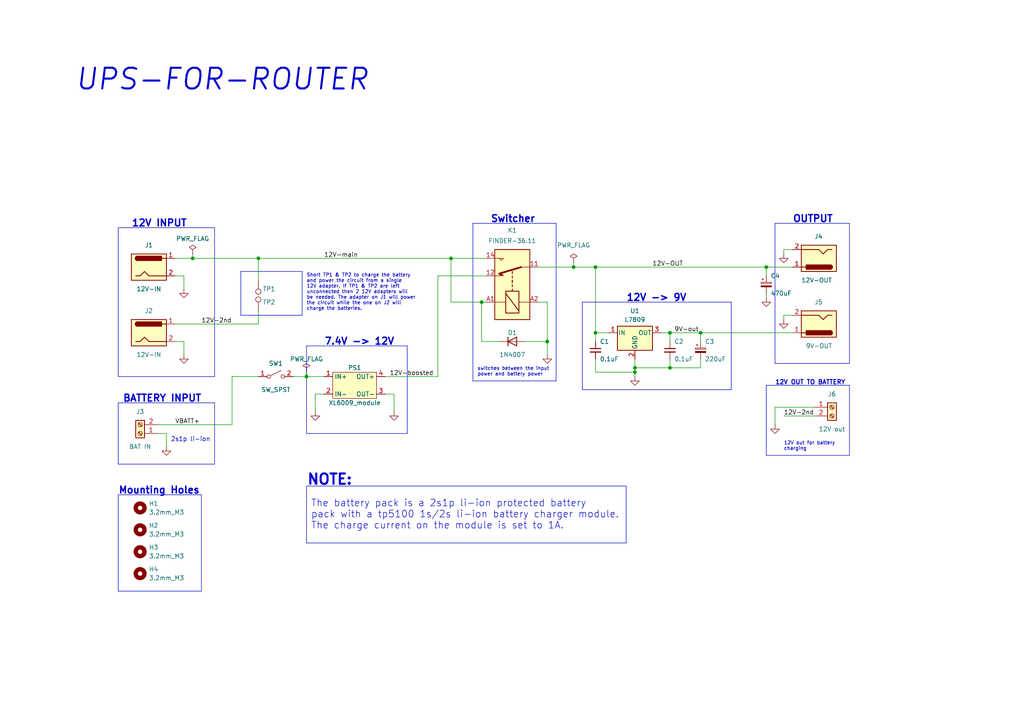
<source format=kicad_sch>
(kicad_sch (version 20230121) (generator eeschema)
  (paper "A4")
  (title_block (title "Router for UPS") (date "2023-02-18") (rev "1") (comment 3 "Github:https://github.com/Ozonised") (comment 4 "Designed by: Farhan Khan"))
  (lib_symbols
    (symbol "Connector:Barrel_Jack" (pin_names (offset 1.016))
      (property "Reference" "J" (at 0 5.334 0))
      (property "Value" "Barrel_Jack" (at 0 -5.08 0))
      (symbol "Barrel_Jack_0_1"
        (rectangle (start -5.08 3.81) (end 5.08 -3.81) (stroke (width 0.254)) (fill (type background)))
        (arc (start -3.302 3.175) (mid -3.9343 2.54) (end -3.302 1.905) (stroke (width 0.254)))
        (arc (start -3.302 3.175) (mid -3.9343 2.54) (end -3.302 1.905) (stroke (width 0.254)) (fill (type outline)))
        (polyline (pts (xy 5.08 2.54) (xy 3.81 2.54)) (stroke (width 0.254)))
        (polyline (pts (xy -3.81 -2.54) (xy -2.54 -2.54) (xy -1.27 -1.27) (xy 0 -2.54) (xy 2.54 -2.54) (xy 5.08 -2.54)) (stroke (width 0.254)))
        (rectangle (start 3.683 3.175) (end -3.302 1.905) (stroke (width 0.254)) (fill (type outline)))
      )
      (symbol "Barrel_Jack_1_1"
        (pin passive line (at 7.62 2.54 180) (length 2.54) (name "~") (number "1"))
        (pin passive line (at 7.62 -2.54 180) (length 2.54) (name "~") (number "2"))
      )
    )
    (symbol "Connector:Screw_Terminal_01x02" (pin_names (offset 1.016) hide)
      (property "Reference" "J" (at 0 2.54 0))
      (property "Value" "Screw_Terminal_01x02" (at 0 -5.08 0))
      (symbol "Screw_Terminal_01x02_1_1"
        (rectangle (start -1.27 1.27) (end 1.27 -3.81) (stroke (width 0.254)) (fill (type background)))
        (circle (center 0 -2.54) (radius 0.635) (stroke (width 0.1524)))
        (polyline (pts (xy -0.5334 -2.2098) (xy 0.3302 -3.048)) (stroke (width 0.1524)))
        (polyline (pts (xy -0.5334 0.3302) (xy 0.3302 -0.508)) (stroke (width 0.1524)))
        (polyline (pts (xy -0.3556 -2.032) (xy 0.508 -2.8702)) (stroke (width 0.1524)))
        (polyline (pts (xy -0.3556 0.508) (xy 0.508 -0.3302)) (stroke (width 0.1524)))
        (circle (center 0 0) (radius 0.635) (stroke (width 0.1524)))
        (pin passive line (at -5.08 0 0) (length 3.81) (name "Pin_1") (number "1"))
        (pin passive line (at -5.08 -2.54 0) (length 3.81) (name "Pin_2") (number "2"))
      )
    )
    (symbol "Connector:TestPoint" (pin_numbers hide) (pin_names (offset 0.762) hide)
      (property "Reference" "TP" (at 0 6.858 0))
      (property "Value" "TestPoint" (at 0 5.08 0))
      (symbol "TestPoint_0_1"
        (circle (center 0 3.302) (radius 0.762))
      )
      (symbol "TestPoint_1_1"
        (pin passive line (at 0 0 90) (length 2.54) (name "1") (number "1"))
      )
    )
    (symbol "Device:C_Polarized_Small" (pin_numbers hide) (pin_names (offset 0.254) hide)
      (property "Reference" "C" (at 0.254 1.778 0))
      (property "Value" "C_Polarized_Small" (at 0.254 -2.032 0))
      (symbol "C_Polarized_Small_0_1"
        (rectangle (start -1.524 -0.3048) (end 1.524 -0.6858) (fill (type outline)))
        (rectangle (start -1.524 0.6858) (end 1.524 0.3048))
        (polyline (pts (xy -1.27 1.524) (xy -0.762 1.524)))
        (polyline (pts (xy -1.016 1.27) (xy -1.016 1.778)))
      )
      (symbol "C_Polarized_Small_1_1"
        (pin passive line (at 0 2.54 270) (length 1.8542) (name "~") (number "1"))
        (pin passive line (at 0 -2.54 90) (length 1.8542) (name "~") (number "2"))
      )
    )
    (symbol "Device:C_Small" (pin_numbers hide) (pin_names (offset 0.254) hide)
      (property "Reference" "C" (at 0.254 1.778 0))
      (property "Value" "C_Small" (at 0.254 -2.032 0))
      (symbol "C_Small_0_1"
        (polyline (pts (xy -1.524 -0.508) (xy 1.524 -0.508)) (stroke (width 0.3302)))
        (polyline (pts (xy -1.524 0.508) (xy 1.524 0.508)) (stroke (width 0.3048)))
      )
      (symbol "C_Small_1_1"
        (pin passive line (at 0 2.54 270) (length 2.032) (name "~") (number "1"))
        (pin passive line (at 0 -2.54 90) (length 2.032) (name "~") (number "2"))
      )
    )
    (symbol "Diode:1N4007" (pin_numbers hide) (pin_names hide)
      (property "Reference" "D" (at 0 2.54 0))
      (property "Value" "1N4007" (at 0 -2.54 0))
      (symbol "1N4007_0_1"
        (polyline (pts (xy -1.27 1.27) (xy -1.27 -1.27)) (stroke (width 0.254)))
        (polyline (pts (xy 1.27 0) (xy -1.27 0)))
        (polyline (pts (xy 1.27 1.27) (xy 1.27 -1.27) (xy -1.27 0) (xy 1.27 1.27)) (stroke (width 0.254)))
      )
      (symbol "1N4007_1_1"
        (pin passive line (at -3.81 0 0) (length 2.54) (name "K") (number "1"))
        (pin passive line (at 3.81 0 180) (length 2.54) (name "A") (number "2"))
      )
    )
    (symbol "Mechanical:MountingHole" (pin_names (offset 1.016))
      (property "Reference" "H" (at 0 5.08 0))
      (property "Value" "MountingHole" (at 0 3.175 0))
      (symbol "MountingHole_0_1"
        (circle (center 0 0) (radius 1.27) (stroke (width 1.27)))
      )
    )
    (symbol "Regulator_Linear:L7809" (pin_names (offset 0.254))
      (property "Reference" "U" (at -3.81 3.175 0))
      (property "Value" "L7809" (at 0 3.175 0))
      (symbol "L7809_0_1"
        (rectangle (start -5.08 1.905) (end 5.08 -5.08) (stroke (width 0.254)) (fill (type background)))
      )
      (symbol "L7809_1_1"
        (pin power_in line (at -7.62 0 0) (length 2.54) (name "IN") (number "1"))
        (pin power_in line (at 0 -7.62 90) (length 2.54) (name "GND") (number "2"))
        (pin power_out line (at 7.62 0 180) (length 2.54) (name "OUT") (number "3"))
      )
    )
    (symbol "Relay:FINDER-36.11"
      (property "Reference" "K" (at 11.43 3.81 0))
      (property "Value" "FINDER-36.11" (at 11.43 1.27 0))
      (symbol "FINDER-36.11_0_0"
        (polyline (pts (xy 2.54 3.81) (xy 2.54 5.08)))
        (polyline (pts (xy 7.62 3.81) (xy 7.62 5.08)))
        (polyline (pts (xy 7.62 3.81) (xy 7.62 2.54) (xy 6.985 3.175) (xy 7.62 3.81)))
      )
      (symbol "FINDER-36.11_0_1"
        (rectangle (start -10.16 5.08) (end 10.16 -5.08) (stroke (width 0.254)) (fill (type background)))
        (rectangle (start -8.255 1.905) (end -1.905 -1.905) (stroke (width 0.254)))
        (polyline (pts (xy -7.62 -1.905) (xy -2.54 1.905)) (stroke (width 0.254)))
        (polyline (pts (xy -5.08 -5.08) (xy -5.08 -1.905)))
        (polyline (pts (xy -5.08 5.08) (xy -5.08 1.905)))
        (polyline (pts (xy -1.905 0) (xy -1.27 0)) (stroke (width 0.254)))
        (polyline (pts (xy -0.635 0) (xy 0 0)) (stroke (width 0.254)))
        (polyline (pts (xy 0.635 0) (xy 1.27 0)) (stroke (width 0.254)))
        (polyline (pts (xy 0.635 0) (xy 1.27 0)) (stroke (width 0.254)))
        (polyline (pts (xy 1.905 0) (xy 2.54 0)) (stroke (width 0.254)))
        (polyline (pts (xy 3.175 0) (xy 3.81 0)) (stroke (width 0.254)))
        (polyline (pts (xy 5.08 -2.54) (xy 3.175 3.81)) (stroke (width 0.508)))
        (polyline (pts (xy 5.08 -2.54) (xy 5.08 -5.08)))
        (polyline (pts (xy 2.54 2.54) (xy 3.175 3.175) (xy 2.54 3.81)) (fill (type outline)))
      )
      (symbol "FINDER-36.11_1_1"
        (pin passive line (at 5.08 -7.62 90) (length 2.54) (name "~") (number "11"))
        (pin passive line (at 2.54 7.62 270) (length 2.54) (name "~") (number "12"))
        (pin passive line (at 7.62 7.62 270) (length 2.54) (name "~") (number "14"))
        (pin passive line (at -5.08 7.62 270) (length 2.54) (name "~") (number "A1"))
        (pin passive line (at -5.08 -7.62 90) (length 2.54) (name "~") (number "A2"))
      )
    )
    (symbol "Switch:SW_SPST" (pin_names (offset 0) hide)
      (property "Reference" "SW" (at 0 3.175 0))
      (property "Value" "SW_SPST" (at 0 -2.54 0))
      (symbol "SW_SPST_0_0"
        (circle (center -2.032 0) (radius 0.508))
        (polyline (pts (xy -1.524 0.254) (xy 1.524 1.778)))
        (circle (center 2.032 0) (radius 0.508))
      )
      (symbol "SW_SPST_1_1"
        (pin passive line (at -5.08 0 0) (length 2.54) (name "A") (number "1"))
        (pin passive line (at 5.08 0 180) (length 2.54) (name "B") (number "2"))
      )
    )
    (symbol "XL6009-module:XL6009_module"
      (property "Reference" "PS" (at 0 5.08 0))
      (property "Value" "XL6009_module" (at 1.27 -5.08 0))
      (symbol "XL6009_module_0_1"
        (rectangle (start -6.35 3.81) (end 6.35 -3.81) (fill (type background)))
      )
      (symbol "XL6009_module_1_1"
        (pin power_in line (at -8.89 2.54 0) (length 2.54) (name "IN+") (number "1"))
        (pin power_in line (at -8.89 -2.54 0) (length 2.54) (name "IN-") (number "2"))
        (pin power_out line (at 8.89 -2.54 180) (length 2.54) (name "OUT-") (number "3"))
        (pin power_out line (at 8.89 2.54 180) (length 2.54) (name "OUT+") (number "4"))
      )
    )
    (symbol "power:GND" (power) (pin_names (offset 0))
      (property "Value" "GND" (at 0 -3.81 0))
      (symbol "GND_0_1"
        (polyline (pts (xy 0 0) (xy 0 -1.27) (xy 1.27 -1.27) (xy 0 -2.54) (xy -1.27 -1.27) (xy 0 -1.27)))
      )
      (symbol "GND_1_1"
        (pin power_in line (at 0 0 270) (length 0) hide (name "GND") (number "1"))
      )
    )
    (symbol "power:PWR_FLAG" (power) (pin_numbers hide) (pin_names (offset 0) hide)
      (property "Value" "PWR_FLAG" (at 0 3.81 0))
      (symbol "PWR_FLAG_0_0"
        (pin power_out line (at 0 0 90) (length 0) (name "pwr") (number "1"))
      )
      (symbol "PWR_FLAG_0_1"
        (polyline (pts (xy 0 0) (xy 0 1.27) (xy -1.016 1.905) (xy 0 2.54) (xy 1.016 1.905) (xy 0 1.27)))
      )
    )
  )
  (junction (at 184.15 106.68))
  (junction (at 88.9 109.22))
  (junction (at 130.81 74.93))
  (junction (at 222.25 77.47))
  (junction (at 203.2 96.52))
  (junction (at 194.31 106.68))
  (junction (at 139.7 87.63))
  (junction (at 166.37 77.47))
  (junction (at 172.72 77.47))
  (junction (at 184.15 107.95))
  (junction (at 55.88 74.93))
  (junction (at 194.31 96.52))
  (junction (at 172.72 96.52))
  (junction (at 74.93 74.93))
  (junction (at 158.75 99.06))
  (wire (pts (xy 194.31 96.52) (xy 203.2 96.52)))
  (wire (pts (xy 45.72 123.19) (xy 67.31 123.19)))
  (polyline (pts (xy 88.9 157.48) (xy 181.61 157.48)))
  (polyline (pts (xy 161.29 110.49) (xy 137.16 110.49)))
  (wire (pts (xy 91.44 114.3) (xy 91.44 119.38)))
  (wire (pts (xy 127 80.01) (xy 127 109.22)))
  (wire (pts (xy 158.75 87.63) (xy 158.75 99.06)))
  (wire (pts (xy 194.31 104.14) (xy 194.31 106.68)))
  (polyline (pts (xy 34.29 134.62) (xy 62.23 134.62)))
  (polyline (pts (xy 212.09 113.03) (xy 212.09 87.63)))
  (wire (pts (xy 88.9 107.95) (xy 88.9 109.22)))
  (polyline (pts (xy 88.9 100.33) (xy 88.9 125.73)))
  (polyline (pts (xy 222.25 111.76) (xy 222.25 132.08)))
  (wire (pts (xy 55.88 73.66) (xy 55.88 74.93)))
  (wire (pts (xy 55.88 74.93) (xy 74.93 74.93)))
  (wire (pts (xy 111.76 114.3) (xy 114.3 114.3)))
  (polyline (pts (xy 168.91 87.63) (xy 212.09 87.63)))
  (wire (pts (xy 67.31 109.22) (xy 74.93 109.22)))
  (polyline (pts (xy 34.29 109.22) (xy 62.23 109.22)))
  (polyline (pts (xy 224.79 105.41) (xy 246.38 105.41)))
  (wire (pts (xy 130.81 87.63) (xy 139.7 87.63)))
  (wire (pts (xy 172.72 96.52) (xy 176.53 96.52)))
  (wire (pts (xy 172.72 77.47) (xy 172.72 96.52)))
  (polyline (pts (xy 69.85 78.74) (xy 69.85 91.44)))
  (polyline (pts (xy 87.63 78.74) (xy 69.85 78.74)))
  (wire (pts (xy 172.72 96.52) (xy 172.72 99.06)))
  (polyline (pts (xy 34.29 66.04) (xy 62.23 66.04)))
  (wire (pts (xy 67.31 109.22) (xy 67.31 123.19)))
  (wire (pts (xy 222.25 85.09) (xy 222.25 86.36)))
  (polyline (pts (xy 34.29 116.84) (xy 62.23 116.84)))
  (wire (pts (xy 45.72 125.73) (xy 48.26 125.73)))
  (wire (pts (xy 91.44 114.3) (xy 93.98 114.3)))
  (polyline (pts (xy 88.9 140.97) (xy 181.61 140.97)))
  (wire (pts (xy 50.8 74.93) (xy 55.88 74.93)))
  (wire (pts (xy 74.93 74.93) (xy 74.93 81.28)))
  (wire (pts (xy 156.21 77.47) (xy 166.37 77.47)))
  (wire (pts (xy 130.81 74.93) (xy 140.97 74.93)))
  (polyline (pts (xy 137.16 64.77) (xy 137.16 110.49)))
  (wire (pts (xy 158.75 99.06) (xy 158.75 102.87)))
  (wire (pts (xy 184.15 104.14) (xy 184.15 106.68)))
  (wire (pts (xy 140.97 80.01) (xy 127 80.01)))
  (polyline (pts (xy 88.9 140.97) (xy 88.9 157.48)))
  (wire (pts (xy 50.8 93.98) (xy 74.93 93.98)))
  (wire (pts (xy 88.9 109.22) (xy 93.98 109.22)))
  (wire (pts (xy 172.72 104.14) (xy 172.72 107.95)))
  (polyline (pts (xy 168.91 87.63) (xy 168.91 113.03)))
  (wire (pts (xy 50.8 80.01) (xy 53.34 80.01)))
  (wire (pts (xy 227.33 120.65) (xy 236.22 120.65)))
  (wire (pts (xy 144.78 99.06) (xy 139.7 99.06)))
  (wire (pts (xy 194.31 106.68) (xy 203.2 106.68)))
  (wire (pts (xy 227.33 91.44) (xy 227.33 92.71)))
  (wire (pts (xy 222.25 77.47) (xy 229.87 77.47)))
  (wire (pts (xy 166.37 76.2) (xy 166.37 77.47)))
  (wire (pts (xy 74.93 90.17) (xy 74.93 93.98)))
  (wire (pts (xy 194.31 96.52) (xy 194.31 99.06)))
  (polyline (pts (xy 34.29 66.04) (xy 34.29 109.22)))
  (polyline (pts (xy 137.16 64.77) (xy 161.29 64.77)))
  (wire (pts (xy 85.09 109.22) (xy 88.9 109.22)))
  (wire (pts (xy 48.26 125.73) (xy 48.26 129.54)))
  (polyline (pts (xy 161.29 64.77) (xy 161.29 110.49)))
  (wire (pts (xy 53.34 99.06) (xy 53.34 102.87)))
  (wire (pts (xy 114.3 114.3) (xy 114.3 119.38)))
  (wire (pts (xy 172.72 77.47) (xy 222.25 77.47)))
  (wire (pts (xy 184.15 107.95) (xy 184.15 109.22)))
  (polyline (pts (xy 224.79 64.77) (xy 224.79 105.41)))
  (wire (pts (xy 229.87 91.44) (xy 227.33 91.44)))
  (polyline (pts (xy 34.29 143.51) (xy 34.29 171.45)))
  (wire (pts (xy 227.33 72.39) (xy 227.33 73.66)))
  (polyline (pts (xy 34.29 171.45) (xy 58.42 171.45)))
  (polyline (pts (xy 222.25 132.08) (xy 246.38 132.08)))
  (polyline (pts (xy 34.29 116.84) (xy 34.29 134.62)))
  (wire (pts (xy 152.4 99.06) (xy 158.75 99.06)))
  (wire (pts (xy 203.2 96.52) (xy 229.87 96.52)))
  (polyline (pts (xy 246.38 105.41) (xy 246.38 64.77)))
  (polyline (pts (xy 246.38 132.08) (xy 246.38 111.76)))
  (wire (pts (xy 53.34 80.01) (xy 53.34 83.82)))
  (wire (pts (xy 139.7 87.63) (xy 139.7 99.06)))
  (polyline (pts (xy 118.11 125.73) (xy 88.9 125.73)))
  (polyline (pts (xy 168.91 113.03) (xy 212.09 113.03)))
  (polyline (pts (xy 224.79 64.77) (xy 246.38 64.77)))
  (polyline (pts (xy 87.63 91.44) (xy 87.63 78.74)))
  (wire (pts (xy 203.2 104.14) (xy 203.2 106.68)))
  (wire (pts (xy 156.21 87.63) (xy 158.75 87.63)))
  (wire (pts (xy 222.25 77.47) (xy 222.25 80.01)))
  (wire (pts (xy 50.8 99.06) (xy 53.34 99.06)))
  (wire (pts (xy 203.2 96.52) (xy 203.2 99.06)))
  (wire (pts (xy 139.7 87.63) (xy 140.97 87.63)))
  (wire (pts (xy 127 109.22) (xy 111.76 109.22)))
  (polyline (pts (xy 58.42 171.45) (xy 58.42 143.51)))
  (wire (pts (xy 184.15 106.68) (xy 184.15 107.95)))
  (wire (pts (xy 184.15 106.68) (xy 194.31 106.68)))
  (wire (pts (xy 172.72 107.95) (xy 184.15 107.95)))
  (polyline (pts (xy 34.29 143.51) (xy 58.42 143.51)))
  (wire (pts (xy 191.77 96.52) (xy 194.31 96.52)))
  (wire (pts (xy 130.81 74.93) (xy 130.81 87.63)))
  (wire (pts (xy 224.79 118.11) (xy 224.79 123.19)))
  (wire (pts (xy 229.87 72.39) (xy 227.33 72.39)))
  (polyline (pts (xy 118.11 100.33) (xy 118.11 125.73)))
  (wire (pts (xy 74.93 74.93) (xy 130.81 74.93)))
  (wire (pts (xy 236.22 118.11) (xy 224.79 118.11)))
  (polyline (pts (xy 62.23 134.62) (xy 62.23 116.84)))
  (polyline (pts (xy 181.61 157.48) (xy 181.61 140.97)))
  (wire (pts (xy 166.37 77.47) (xy 172.72 77.47)))
  (polyline (pts (xy 222.25 111.76) (xy 246.38 111.76)))
  (polyline (pts (xy 69.85 91.44) (xy 87.63 91.44)))
  (polyline (pts (xy 62.23 109.22) (xy 62.23 66.04)))
  (polyline (pts (xy 88.9 100.33) (xy 118.11 100.33)))
  (text "12V OUT TO BATTERY" (at 224.79 111.76 0) (effects (font (size 1.27 1.27) (thickness 0.254) bold) (justify left bottom)))
  (text "12V -> 9V\n" (at 181.61 87.63 0) (effects (font (size 2 2) bold) (justify left bottom)))
  (text "12V out for battery\ncharging" (at 227.33 130.81 0) (effects (font (size 1 1)) (justify left bottom)))
  (text "Switcher" (at 142.24 64.77 0) (effects (font (size 2 2) bold) (justify left bottom)))
  (text "12V INPUT" (at 38.1 66.04 0) (effects (font (size 2 2) (thickness 0.4) bold) (justify left bottom)))
  (text "switches between the input \npower and battery power" (at 138.43 109.22 0) (effects (font (size 1 1)) (justify left bottom)))
  (text "NOTE:" (at 88.9 140.97 0) (effects (font (size 3 3) (thickness 0.6) bold) (justify left bottom)))
  (text "OUTPUT" (at 229.87 64.77 0) (effects (font (size 2 2) bold) (justify left bottom)))
  (text "Short TP1 & TP2 to charge the battery \nand power the circuit from a single \n12V adapter. If TP1 & TP2 are left \nunconnected then 2 12V adapters will \nbe needed. The adapter on J1 will power \nthe circuit while the one on J2 will\ncharge the batteries." (at 88.9 90.17 0) (effects (font (size 1 1)) (justify left bottom)))
  (text "Mounting Holes" (at 34.29 143.51 0) (effects (font (size 2 2) (thickness 0.4) bold) (justify left bottom)))
  (text "2s1p li-ion\n" (at 49.53 128.27 0) (effects (font (size 1.27 1.27)) (justify left bottom)))
  (text "7.4V -> 12V\n" (at 93.98 100.33 0) (effects (font (size 2 2) bold) (justify left bottom)))
  (text "UPS-FOR-ROUTER" (at 21.59 26.67 0) (effects (font (size 6 6) (thickness 0.6) bold italic) (justify left bottom)))
  (text "The battery pack is a 2s1p li-ion protected battery \npack with a tp5100 1s/2s li-ion battery charger module.\nThe charge current on the module is set to 1A." (at 90.17 153.67 0) (effects (font (size 2 2)) (justify left bottom)))
  (text "BATTERY INPUT" (at 35.56 116.84 0) (effects (font (size 2 2) (thickness 0.4) bold) (justify left bottom)))
  (label "VBATT+" (at 50.8 123.19 0))
  (label "12V-2nd" (at 227.33 120.65 0))
  (label "12V-boosted" (at 125.73 109.22 180))
  (label "9V-out" (at 195.58 96.52 0))
  (label "12V-2nd" (at 58.42 93.98 0))
  (label "12V-main" (at 93.98 74.93 0))
  (label "12V-OUT" (at 189.23 77.47 0))
  (symbol (lib_id "Device:C_Polarized_Small") (at 203.2 101.6 0) (unit 1)
    (property "Reference" "C3" (at 204.47 99.06 0) (effects (justify left)))
    (property "Value" "220uF" (at 204.47 104.14 0) (effects (justify left)))
    (property "Footprint" "Capacitor_THT:CP_Radial_D6.3mm_P2.50mm" (effects hide))
  )
  (symbol (lib_id "Device:C_Polarized_Small") (at 222.25 82.55 0) (unit 1)
    (property "Reference" "C4" (at 223.52 80.01 0) (effects (justify left)))
    (property "Value" "470uF" (at 223.52 85.09 0) (effects (justify left)))
    (property "Footprint" "Capacitor_THT:CP_Radial_D10.0mm_P5.00mm" (effects hide))
  )
  (symbol (lib_id "power:GND") (at 227.33 92.71 0) (unit 1)
    (property "Reference" "#PWR010" (effects hide))
    (property "Value" "GND" (effects hide))
  )
  (symbol (lib_id "Device:C_Small") (at 172.72 101.6 0) (unit 1)
    (property "Reference" "C1" (at 173.99 99.06 0) (effects (justify left)))
    (property "Value" "0.1uF" (at 173.99 104.14 0) (effects (justify left)))
    (property "Footprint" "Capacitor_THT:C_Disc_D5.0mm_W2.5mm_P2.50mm" (effects hide))
  )
  (symbol (lib_id "power:PWR_FLAG") (at 166.37 76.2 0) (unit 1)
    (property "Reference" "#FLG03" (effects hide))
    (property "Value" "PWR_FLAG" (at 166.37 71.12 0))
  )
  (symbol (lib_id "power:GND") (at 53.34 83.82 0) (unit 1)
    (property "Reference" "#PWR03" (effects hide))
    (property "Value" "GND" (effects hide))
  )
  (symbol (lib_id "Connector:Barrel_Jack") (at 43.18 96.52 0) (unit 1)
    (property "Reference" "J2" (at 43.18 90.17 0))
    (property "Value" "12V-IN" (at 43.18 102.87 0))
    (property "Footprint" "Connector_BarrelJack:BarrelJack_Horizontal" (effects hide))
  )
  (symbol (lib_id "power:GND") (at 114.3 119.38 0) (unit 1)
    (property "Reference" "#PWR05" (effects hide))
    (property "Value" "GND" (effects hide))
  )
  (symbol (lib_id "Mechanical:MountingHole") (at 40.64 147.32 0) (unit 1)
    (property "Reference" "H1" (at 43.18 146.0499 0) (effects (justify left)))
    (property "Value" "3.2mm_M3" (at 43.18 148.5899 0) (effects (justify left)))
    (property "Footprint" "MountingHole:MountingHole_3.2mm_M3" (effects hide))
  )
  (symbol (lib_id "power:GND") (at 91.44 119.38 0) (unit 1)
    (property "Reference" "#PWR04" (effects hide))
    (property "Value" "GND" (effects hide))
  )
  (symbol (lib_id "power:PWR_FLAG") (at 55.88 73.66 0) (unit 1)
    (property "Reference" "#FLG01" (effects hide))
    (property "Value" "PWR_FLAG" (at 55.88 69.215 0))
  )
  (symbol (lib_id "Relay:FINDER-36.11") (at 148.59 82.55 90) (unit 1)
    (property "Reference" "K1" (at 148.59 66.802 90))
    (property "Value" "FINDER-36.11" (at 148.59 69.85 90))
    (property "Footprint" "Relay_THT:Relay_SPDT_Finder_36.11" (effects hide))
    (property "Datasheet" "https://gfinder.findernet.com/public/attachments/36/EN/S36EN.pdf" (effects hide))
  )
  (symbol (lib_id "Connector:Screw_Terminal_01x02") (at 40.64 125.73 180) (unit 1)
    (property "Reference" "J3" (at 40.64 119.38 0))
    (property "Value" "BAT IN" (at 40.64 129.54 0))
    (property "Footprint" "TerminalBlock:TerminalBlock_Altech_AK300-2_P5.00mm" (effects hide))
  )
  (symbol (lib_id "Regulator_Linear:L7809") (at 184.15 96.52 0) (unit 1)
    (property "Reference" "U1" (at 184.15 90.17 0))
    (property "Value" "L7809" (at 184.15 92.71 0))
    (property "Footprint" "Package_TO_SOT_THT:TO-220-3_Vertical" (effects hide))
    (property "Datasheet" "http://www.st.com/content/ccc/resource/technical/document/datasheet/41/4f/b3/b0/12/d4/47/88/CD00000444.pdf/files/CD00000444.pdf/jcr:content/translations/en.CD00000444.pdf" (effects hide))
  )
  (symbol (lib_id "Connector:Barrel_Jack") (at 43.18 77.47 0) (unit 1)
    (property "Reference" "J1" (at 43.18 71.12 0))
    (property "Value" "12V-IN" (at 43.18 83.82 0))
    (property "Footprint" "Connector_BarrelJack:BarrelJack_Horizontal" (effects hide))
  )
  (symbol (lib_id "Switch:SW_SPST") (at 80.01 109.22 0) (unit 1)
    (property "Reference" "SW1" (at 80.01 105.41 0))
    (property "Value" "SW_SPST" (at 80.01 113.03 0))
    (property "Footprint" "TestPoint:TestPoint_2Pads_Pitch5.08mm_Drill1.3mm" (effects hide))
  )
  (symbol (lib_id "power:PWR_FLAG") (at 88.9 107.95 0) (unit 1)
    (property "Reference" "#FLG02" (effects hide))
    (property "Value" "PWR_FLAG" (at 88.9 104.14 0))
  )
  (symbol (lib_id "power:GND") (at 158.75 102.87 0) (unit 1)
    (property "Reference" "#PWR06" (effects hide))
    (property "Value" "GND" (effects hide))
  )
  (symbol (lib_id "power:GND") (at 227.33 73.66 0) (unit 1)
    (property "Reference" "#PWR09" (effects hide))
    (property "Value" "GND" (effects hide))
  )
  (symbol (lib_id "power:GND") (at 48.26 129.54 0) (unit 1)
    (property "Reference" "#PWR01" (effects hide))
    (property "Value" "GND" (effects hide))
  )
  (symbol (lib_id "Mechanical:MountingHole") (at 40.64 166.37 0) (unit 1)
    (property "Reference" "H4" (at 43.18 165.0999 0) (effects (justify left)))
    (property "Value" "3.2mm_M3" (at 43.18 167.6399 0) (effects (justify left)))
    (property "Footprint" "MountingHole:MountingHole_3.2mm_M3" (effects hide))
  )
  (symbol (lib_id "Connector:Screw_Terminal_01x02") (at 241.3 118.11 0) (unit 1)
    (property "Reference" "J6" (at 241.3 114.3 0))
    (property "Value" "12V out" (at 241.3 124.46 0))
    (property "Footprint" "TerminalBlock:TerminalBlock_Altech_AK300-2_P5.00mm" (effects hide))
  )
  (symbol (lib_id "power:GND") (at 222.25 86.36 0) (unit 1)
    (property "Reference" "#PWR08" (effects hide))
    (property "Value" "GND" (effects hide))
  )
  (symbol (lib_id "Connector:Barrel_Jack") (at 237.49 74.93 180) (unit 1)
    (property "Reference" "J4" (at 236.22 68.58 0) (effects (justify right)))
    (property "Value" "12V-OUT" (at 232.41 81.28 0) (effects (justify right)))
    (property "Footprint" "Connector_BarrelJack:BarrelJack_Horizontal" (effects hide))
  )
  (symbol (lib_id "power:GND") (at 224.79 123.19 0) (unit 1)
    (property "Reference" "#PWR02" (effects hide))
    (property "Value" "GND" (effects hide))
  )
  (symbol (lib_id "Connector:Barrel_Jack") (at 237.49 93.98 180) (unit 1)
    (property "Reference" "J5" (at 236.22 87.63 0) (effects (justify right)))
    (property "Value" "9V-OUT" (at 233.68 100.33 0) (effects (justify right)))
    (property "Footprint" "Connector_BarrelJack:BarrelJack_Horizontal" (effects hide))
  )
  (symbol (lib_id "Device:C_Small") (at 194.31 101.6 0) (unit 1)
    (property "Reference" "C2" (at 195.58 99.06 0) (effects (justify left)))
    (property "Value" "0.1uF" (at 195.58 104.14 0) (effects (justify left)))
    (property "Footprint" "Capacitor_THT:C_Disc_D5.0mm_W2.5mm_P2.50mm" (effects hide))
  )
  (symbol (lib_id "Diode:1N4007") (at 148.59 99.06 0) (unit 1)
    (property "Reference" "D1" (at 148.59 96.52 0))
    (property "Value" "1N4007" (at 148.59 102.87 0))
    (property "Footprint" "Diode_THT:D_DO-41_SOD81_P10.16mm_Horizontal" (effects hide))
    (property "Datasheet" "http://www.vishay.com/docs/88503/1n4001.pdf" (effects hide))
    (property "Sim.Device" "D" (effects hide))
    (property "Sim.Pins" "1=K 2=A" (effects hide))
  )
  (symbol (lib_id "Mechanical:MountingHole") (at 40.64 160.02 0) (unit 1)
    (property "Reference" "H3" (at 43.18 158.7499 0) (effects (justify left)))
    (property "Value" "3.2mm_M3" (at 43.18 161.2899 0) (effects (justify left)))
    (property "Footprint" "MountingHole:MountingHole_3.2mm_M3" (effects hide))
  )
  (symbol (lib_id "power:GND") (at 53.34 102.87 0) (unit 1)
    (property "Reference" "#PWR0101" (effects hide))
    (property "Value" "GND" (effects hide))
  )
  (symbol (lib_id "Connector:TestPoint") (at 74.93 81.28 180) (unit 1)
    (property "Reference" "TP1" (at 76.2 83.82 0) (effects (justify right)))
    (property "Value" "SolderBridge" (effects hide))
    (property "Footprint" "TestPoint:TestPoint_Pad_2.0x2.0mm" (effects hide))
  )
  (symbol (lib_id "Mechanical:MountingHole") (at 40.64 153.67 0) (unit 1)
    (property "Reference" "H2" (at 43.18 152.3999 0) (effects (justify left)))
    (property "Value" "3.2mm_M3" (at 43.18 154.9399 0) (effects (justify left)))
    (property "Footprint" "MountingHole:MountingHole_3.2mm_M3" (effects hide))
  )
  (symbol (lib_id "Connector:TestPoint") (at 74.93 90.17 0) (unit 1)
    (property "Reference" "TP2" (at 76.2 87.63 0) (effects (justify left)))
    (property "Value" "SolderBridge" (effects hide))
    (property "Footprint" "TestPoint:TestPoint_Pad_2.0x2.0mm" (effects hide))
  )
  (symbol (lib_id "XL6009-module:XL6009_module") (at 102.87 111.76 0) (unit 1)
    (property "Reference" "PS1" (at 102.87 106.68 0))
    (property "Value" "XL6009_module" (at 102.87 116.84 0))
    (property "Footprint" "XL6009_boost_converter_module:XL6009_module" (effects hide))
  )
  (symbol (lib_id "power:GND") (at 184.15 109.22 0) (unit 1)
    (property "Reference" "#PWR07" (effects hide))
    (property "Value" "GND" (effects hide))
  )
)
</source>
